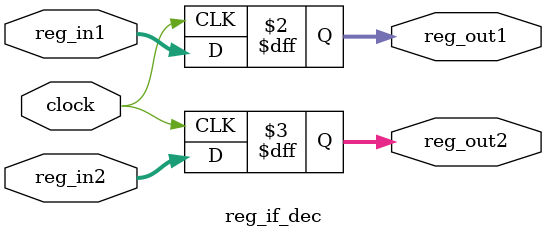
<source format=v>
	module reg_if_dec(reg_out1,reg_out2,
		reg_in1,reg_in2,clock);
		
		input [0:31] reg_in1;
		input [0:31] reg_in2;
		input clock;
		
		output [0:31] reg_out1;
		output [0:31] reg_out2;
			 
		reg [0:31] reg_out1;
		reg [0:31] reg_out2;
			
		always @ (posedge clock)
		begin 
			reg_out1=reg_in1;
			reg_out2=reg_in2;
		end
	endmodule

</source>
